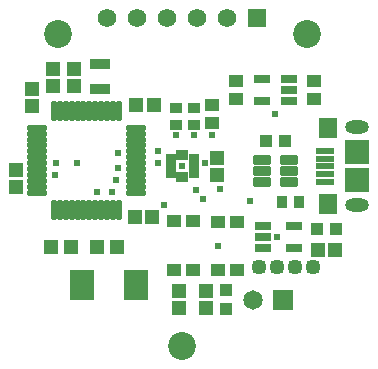
<source format=gbr>
G04*
G04 #@! TF.GenerationSoftware,Altium Limited,Altium Designer,23.3.1 (30)*
G04*
G04 Layer_Color=8388736*
%FSLAX44Y44*%
%MOMM*%
G71*
G04*
G04 #@! TF.SameCoordinates,607B9DED-B9D6-4049-9DE7-3198A38A4F88*
G04*
G04*
G04 #@! TF.FilePolarity,Negative*
G04*
G01*
G75*
%ADD41R,1.1732X1.2432*%
G04:AMPARAMS|DCode=42|XSize=0.4832mm|YSize=1.7632mm|CornerRadius=0.1436mm|HoleSize=0mm|Usage=FLASHONLY|Rotation=180.000|XOffset=0mm|YOffset=0mm|HoleType=Round|Shape=RoundedRectangle|*
%AMROUNDEDRECTD42*
21,1,0.4832,1.4760,0,0,180.0*
21,1,0.1960,1.7632,0,0,180.0*
1,1,0.2872,-0.0980,0.7380*
1,1,0.2872,0.0980,0.7380*
1,1,0.2872,0.0980,-0.7380*
1,1,0.2872,-0.0980,-0.7380*
%
%ADD42ROUNDEDRECTD42*%
G04:AMPARAMS|DCode=43|XSize=0.4832mm|YSize=1.7632mm|CornerRadius=0.1436mm|HoleSize=0mm|Usage=FLASHONLY|Rotation=270.000|XOffset=0mm|YOffset=0mm|HoleType=Round|Shape=RoundedRectangle|*
%AMROUNDEDRECTD43*
21,1,0.4832,1.4760,0,0,270.0*
21,1,0.1960,1.7632,0,0,270.0*
1,1,0.2872,-0.7380,-0.0980*
1,1,0.2872,-0.7380,0.0980*
1,1,0.2872,0.7380,0.0980*
1,1,0.2872,0.7380,-0.0980*
%
%ADD43ROUNDEDRECTD43*%
%ADD44R,1.2432X1.1732*%
%ADD45R,1.4632X0.7832*%
G04:AMPARAMS|DCode=46|XSize=1.5632mm|YSize=0.8032mm|CornerRadius=0.1466mm|HoleSize=0mm|Usage=FLASHONLY|Rotation=180.000|XOffset=0mm|YOffset=0mm|HoleType=Round|Shape=RoundedRectangle|*
%AMROUNDEDRECTD46*
21,1,1.5632,0.5100,0,0,180.0*
21,1,1.2700,0.8032,0,0,180.0*
1,1,0.2932,-0.6350,0.2550*
1,1,0.2932,0.6350,0.2550*
1,1,0.2932,0.6350,-0.2550*
1,1,0.2932,-0.6350,-0.2550*
%
%ADD46ROUNDEDRECTD46*%
%ADD47R,1.1732X1.1232*%
%ADD48R,1.2232X1.2432*%
%ADD49R,1.0032X1.0032*%
%ADD50R,1.6510X0.9652*%
%ADD51R,1.2432X1.2232*%
%ADD52R,1.2032X1.1032*%
%ADD53R,0.8532X1.1032*%
%ADD54R,1.4732X0.7620*%
%ADD55R,1.1032X0.8532*%
G04:AMPARAMS|DCode=56|XSize=1.1332mm|YSize=1.1332mm|CornerRadius=0.3341mm|HoleSize=0mm|Usage=FLASHONLY|Rotation=180.000|XOffset=0mm|YOffset=0mm|HoleType=Round|Shape=RoundedRectangle|*
%AMROUNDEDRECTD56*
21,1,1.1332,0.4650,0,0,180.0*
21,1,0.4650,1.1332,0,0,180.0*
1,1,0.6682,-0.2325,0.2325*
1,1,0.6682,0.2325,0.2325*
1,1,0.6682,0.2325,-0.2325*
1,1,0.6682,-0.2325,-0.2325*
%
%ADD56ROUNDEDRECTD56*%
%ADD57R,1.1332X0.9932*%
%ADD58R,0.9032X0.5032*%
%ADD59R,0.5032X0.9032*%
%ADD60R,2.1032X2.1032*%
%ADD61R,1.6032X1.8032*%
%ADD62R,1.5532X0.6032*%
%ADD63R,0.9932X1.1332*%
%ADD64R,2.1032X2.6032*%
%ADD65R,1.3032X1.2032*%
%ADD66R,1.6532X1.6532*%
%ADD67C,1.6532*%
%ADD68O,2.0032X1.1032*%
%ADD69C,0.7032*%
%ADD70R,1.5732X1.5732*%
%ADD71C,1.5732*%
%ADD72C,0.6096*%
%ADD73C,2.3622*%
D41*
X283210Y261260D02*
D03*
Y246740D02*
D03*
X113030Y236580D02*
D03*
Y251100D02*
D03*
X251460Y148230D02*
D03*
Y133710D02*
D03*
X127000Y305160D02*
D03*
Y319680D02*
D03*
X144780Y321670D02*
D03*
Y336190D02*
D03*
X274320Y133710D02*
D03*
Y148230D02*
D03*
D42*
X145220Y300880D02*
D03*
X150220D02*
D03*
X155220D02*
D03*
X160220D02*
D03*
X165220D02*
D03*
X170220D02*
D03*
X175220D02*
D03*
X180220D02*
D03*
X185220D02*
D03*
X190220D02*
D03*
X195220D02*
D03*
X200220D02*
D03*
Y217280D02*
D03*
X195220D02*
D03*
X190220D02*
D03*
X185220D02*
D03*
X180220D02*
D03*
X175220D02*
D03*
X170220D02*
D03*
X165220D02*
D03*
X160220D02*
D03*
X155220D02*
D03*
X150220D02*
D03*
X145220D02*
D03*
D43*
X214520Y286580D02*
D03*
Y281580D02*
D03*
Y276580D02*
D03*
Y271580D02*
D03*
Y266580D02*
D03*
Y261580D02*
D03*
Y256580D02*
D03*
Y251580D02*
D03*
Y246580D02*
D03*
Y241580D02*
D03*
Y236580D02*
D03*
Y231580D02*
D03*
X130920D02*
D03*
Y236580D02*
D03*
Y241580D02*
D03*
Y246580D02*
D03*
Y251580D02*
D03*
Y256580D02*
D03*
Y261580D02*
D03*
Y266580D02*
D03*
Y271580D02*
D03*
Y276580D02*
D03*
Y281580D02*
D03*
Y286580D02*
D03*
D44*
X214990Y306070D02*
D03*
X229510D02*
D03*
X213720Y210820D02*
D03*
X228240D02*
D03*
D45*
X344490Y309270D02*
D03*
Y318770D02*
D03*
Y328270D02*
D03*
X320990D02*
D03*
Y309270D02*
D03*
D46*
X344490Y240690D02*
D03*
Y250190D02*
D03*
Y259690D02*
D03*
X320990D02*
D03*
Y250190D02*
D03*
Y240690D02*
D03*
D47*
X299720Y326520D02*
D03*
Y311020D02*
D03*
X365760Y326520D02*
D03*
Y311020D02*
D03*
X279400Y290700D02*
D03*
Y306200D02*
D03*
D48*
X162560Y336280D02*
D03*
Y321580D02*
D03*
D49*
X384170Y200660D02*
D03*
X367670D02*
D03*
D50*
X184150Y340868D02*
D03*
Y319532D02*
D03*
D51*
X368369Y182832D02*
D03*
X383069D02*
D03*
D52*
X300100Y166190D02*
D03*
Y207190D02*
D03*
X284100D02*
D03*
Y166190D02*
D03*
X262861Y166270D02*
D03*
Y207270D02*
D03*
X246861D02*
D03*
Y166270D02*
D03*
D53*
X352690Y223520D02*
D03*
X338190D02*
D03*
D54*
X322326Y203708D02*
D03*
Y194310D02*
D03*
Y184912D02*
D03*
X348234D02*
D03*
Y203708D02*
D03*
D55*
X264160Y288660D02*
D03*
Y303160D02*
D03*
X248920Y288660D02*
D03*
Y303160D02*
D03*
D56*
X364370Y168910D02*
D03*
X349370D02*
D03*
X318890D02*
D03*
X333890D02*
D03*
D57*
X290830Y149170D02*
D03*
Y132770D02*
D03*
D58*
X244500Y261500D02*
D03*
Y256500D02*
D03*
Y251500D02*
D03*
Y246500D02*
D03*
X263500D02*
D03*
Y251500D02*
D03*
Y256500D02*
D03*
Y261500D02*
D03*
D59*
X251500Y244500D02*
D03*
X256500D02*
D03*
Y263500D02*
D03*
X251500D02*
D03*
D60*
X401400Y266000D02*
D03*
Y242000D02*
D03*
D61*
X376900Y286000D02*
D03*
Y222000D02*
D03*
D62*
X374650Y267000D02*
D03*
Y260500D02*
D03*
Y254000D02*
D03*
Y247500D02*
D03*
Y241000D02*
D03*
D63*
X324540Y275590D02*
D03*
X340940D02*
D03*
D64*
X169270Y153670D02*
D03*
X214270D02*
D03*
D65*
X182000Y185420D02*
D03*
X199000D02*
D03*
X159630D02*
D03*
X142630D02*
D03*
D66*
X339090Y140970D02*
D03*
D67*
X313690D02*
D03*
D68*
X401400Y287000D02*
D03*
Y221000D02*
D03*
D69*
Y287000D02*
D03*
Y221000D02*
D03*
D70*
X317500Y379730D02*
D03*
D71*
X292100D02*
D03*
X266700D02*
D03*
X241300D02*
D03*
X215900D02*
D03*
X190500D02*
D03*
D72*
X214755Y305835D02*
D03*
X213720Y210820D02*
D03*
X299720Y311020D02*
D03*
X264160Y303160D02*
D03*
X248920D02*
D03*
X364370Y168910D02*
D03*
X146050Y246380D02*
D03*
X184150Y340360D02*
D03*
X144780Y321310D02*
D03*
X265430Y233680D02*
D03*
X285750Y234950D02*
D03*
X284480Y186690D02*
D03*
X334010Y194310D02*
D03*
X198120Y242570D02*
D03*
X273050Y256540D02*
D03*
X279400Y280670D02*
D03*
X254000Y254000D02*
D03*
X233680Y266700D02*
D03*
X248920Y280670D02*
D03*
X332740Y298450D02*
D03*
X271780Y226060D02*
D03*
X238760Y220980D02*
D03*
X165100Y256540D02*
D03*
X147320D02*
D03*
X311150Y224790D02*
D03*
X194310Y232410D02*
D03*
X181610D02*
D03*
X233680Y256540D02*
D03*
X199390Y265430D02*
D03*
Y252730D02*
D03*
X264160Y280670D02*
D03*
D73*
X254000Y101600D02*
D03*
X148590Y365760D02*
D03*
X359410D02*
D03*
M02*

</source>
